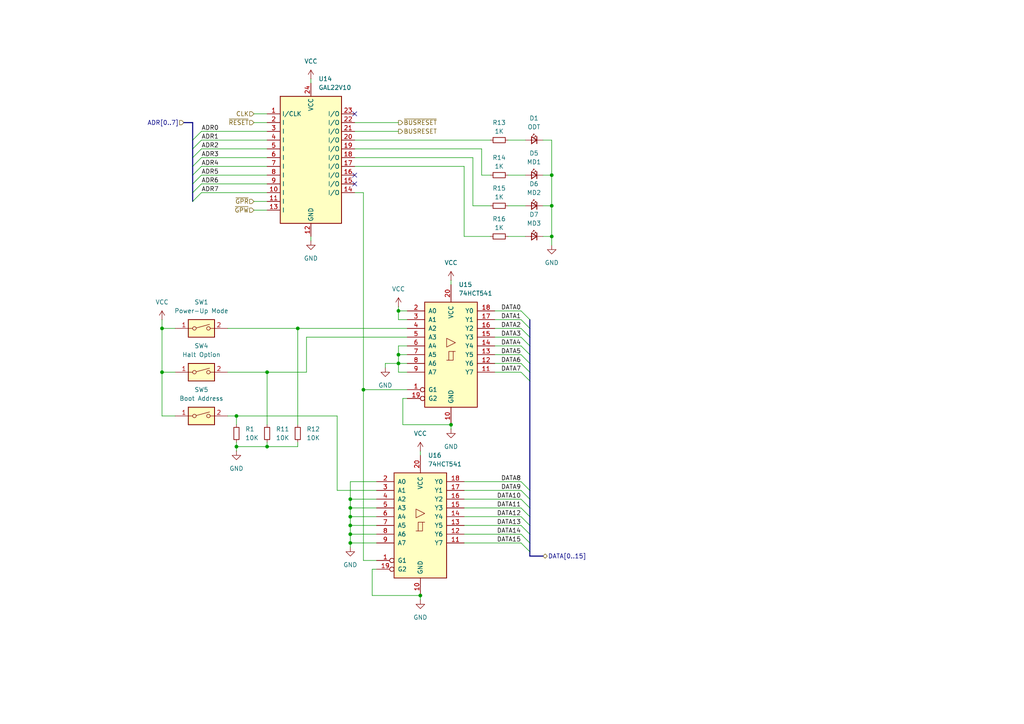
<source format=kicad_sch>
(kicad_sch (version 20231120) (generator "eeschema") (generator_version "8.0")
  (paper "A4")
  (title_block (title "J11 Homebrew Phase 1: ODT Console") (date "2025-08-28") (rev "2") (company "Jirne Van Rillaer"))
  (lib_symbols
    (symbol "74xx:74HCT541" (pin_names (offset 1.016))
      (property "Reference" "U" (at -7.62 16.51 0))
      (property "Value" "74HCT541" (at -7.62 -16.51 0))
      (symbol "74HCT541_1_0"
        (polyline (pts (xy -0.635 -1.6002) (xy -0.635 0.9398) (xy 0.635 0.9398)))
        (polyline (pts (xy -1.27 -1.6002) (xy 0.635 -1.6002) (xy 0.635 0.9398) (xy 1.27 0.9398)))
        (polyline (pts (xy 1.27 3.4798) (xy -1.27 4.7498) (xy -1.27 2.2098) (xy 1.27 3.4798)) (stroke (width 0.1524)))
        (pin input inverted (at -12.7 -10.16 0) (length 5.08) (name "G1") (number "1"))
        (pin power_in line (at 0 -20.32 90) (length 5.08) (name "GND") (number "10"))
        (pin tri_state line (at 12.7 -5.08 180) (length 5.08) (name "Y7") (number "11"))
        (pin tri_state line (at 12.7 -2.54 180) (length 5.08) (name "Y6") (number "12"))
        (pin tri_state line (at 12.7 0 180) (length 5.08) (name "Y5") (number "13"))
        (pin tri_state line (at 12.7 2.54 180) (length 5.08) (name "Y4") (number "14"))
        (pin tri_state line (at 12.7 5.08 180) (length 5.08) (name "Y3") (number "15"))
        (pin tri_state line (at 12.7 7.62 180) (length 5.08) (name "Y2") (number "16"))
        (pin tri_state line (at 12.7 10.16 180) (length 5.08) (name "Y1") (number "17"))
        (pin tri_state line (at 12.7 12.7 180) (length 5.08) (name "Y0") (number "18"))
        (pin input inverted (at -12.7 -12.7 0) (length 5.08) (name "G2") (number "19"))
        (pin input line (at -12.7 12.7 0) (length 5.08) (name "A0") (number "2"))
        (pin power_in line (at 0 20.32 270) (length 5.08) (name "VCC") (number "20"))
        (pin input line (at -12.7 10.16 0) (length 5.08) (name "A1") (number "3"))
        (pin input line (at -12.7 7.62 0) (length 5.08) (name "A2") (number "4"))
        (pin input line (at -12.7 5.08 0) (length 5.08) (name "A3") (number "5"))
        (pin input line (at -12.7 2.54 0) (length 5.08) (name "A4") (number "6"))
        (pin input line (at -12.7 0 0) (length 5.08) (name "A5") (number "7"))
        (pin input line (at -12.7 -2.54 0) (length 5.08) (name "A6") (number "8"))
        (pin input line (at -12.7 -5.08 0) (length 5.08) (name "A7") (number "9"))
      )
      (symbol "74HCT541_1_1"
        (rectangle (start -7.62 15.24) (end 7.62 -15.24) (stroke (width 0.254)) (fill (type background)))
      )
    )
    (symbol "Device:LED_Small" (pin_numbers hide) (pin_names (offset 0.254) hide)
      (property "Reference" "D" (at -1.27 3.175 0))
      (property "Value" "LED_Small" (at -4.445 -2.54 0))
      (symbol "LED_Small_0_1"
        (polyline (pts (xy -0.762 -1.016) (xy -0.762 1.016)) (stroke (width 0.254)))
        (polyline (pts (xy 1.016 0) (xy -0.762 0)))
        (polyline (pts (xy 0.762 -1.016) (xy -0.762 0) (xy 0.762 1.016) (xy 0.762 -1.016)) (stroke (width 0.254)))
        (polyline (pts (xy 0 0.762) (xy -0.508 1.27) (xy -0.254 1.27) (xy -0.508 1.27) (xy -0.508 1.016)))
        (polyline (pts (xy 0.508 1.27) (xy 0 1.778) (xy 0.254 1.778) (xy 0 1.778) (xy 0 1.524)))
      )
      (symbol "LED_Small_1_1"
        (pin passive line (at -2.54 0 0) (length 1.778) (name "K") (number "1"))
        (pin passive line (at 2.54 0 180) (length 1.778) (name "A") (number "2"))
      )
    )
    (symbol "Device:R_Small" (pin_numbers hide) (pin_names (offset 0.254) hide)
      (property "Reference" "R" (at 0.762 0.508 0))
      (property "Value" "R_Small" (at 0.762 -1.016 0))
      (symbol "R_Small_0_1"
        (rectangle (start -0.762 1.778) (end 0.762 -1.778) (stroke (width 0.2032)))
      )
      (symbol "R_Small_1_1"
        (pin passive line (at 0 2.54 270) (length 0.762) (name "~") (number "1"))
        (pin passive line (at 0 -2.54 90) (length 0.762) (name "~") (number "2"))
      )
    )
    (symbol "SPLD:GAL22V10"
      (property "Reference" "U" (at 6.35 22.352 0))
      (property "Value" "GAL22V10" (at 6.35 20.32 0))
      (symbol "GAL22V10_1_1"
        (rectangle (start -8.89 17.78) (end 8.89 -19.05) (stroke (width 0.254)) (fill (type background)))
        (pin input line (at -12.7 12.7 0) (length 3.81) (name "I/CLK") (number "1"))
        (pin input line (at -12.7 -10.16 0) (length 3.81) (name "I") (number "10"))
        (pin input line (at -12.7 -12.7 0) (length 3.81) (name "I") (number "11"))
        (pin power_in line (at 0 -22.86 90) (length 3.81) (name "GND") (number "12"))
        (pin input line (at -12.7 -15.24 0) (length 3.81) (name "I") (number "13"))
        (pin bidirectional line (at 12.7 -10.16 180) (length 3.81) (name "I/O") (number "14"))
        (pin bidirectional line (at 12.7 -7.62 180) (length 3.81) (name "I/O") (number "15"))
        (pin bidirectional line (at 12.7 -5.08 180) (length 3.81) (name "I/O") (number "16"))
        (pin bidirectional line (at 12.7 -2.54 180) (length 3.81) (name "I/O") (number "17"))
        (pin bidirectional line (at 12.7 0 180) (length 3.81) (name "I/O") (number "18"))
        (pin bidirectional line (at 12.7 2.54 180) (length 3.81) (name "I/O") (number "19"))
        (pin input line (at -12.7 10.16 0) (length 3.81) (name "I") (number "2"))
        (pin bidirectional line (at 12.7 5.08 180) (length 3.81) (name "I/O") (number "20"))
        (pin bidirectional line (at 12.7 7.62 180) (length 3.81) (name "I/O") (number "21"))
        (pin bidirectional line (at 12.7 10.16 180) (length 3.81) (name "I/O") (number "22"))
        (pin bidirectional line (at 12.7 12.7 180) (length 3.81) (name "I/O") (number "23"))
        (pin power_in line (at 0 21.59 270) (length 3.81) (name "VCC") (number "24"))
        (pin input line (at -12.7 7.62 0) (length 3.81) (name "I") (number "3"))
        (pin input line (at -12.7 5.08 0) (length 3.81) (name "I") (number "4"))
        (pin input line (at -12.7 2.54 0) (length 3.81) (name "I") (number "5"))
        (pin input line (at -12.7 0 0) (length 3.81) (name "I") (number "6"))
        (pin input line (at -12.7 -2.54 0) (length 3.81) (name "I") (number "7"))
        (pin input line (at -12.7 -5.08 0) (length 3.81) (name "I") (number "8"))
        (pin input line (at -12.7 -7.62 0) (length 3.81) (name "I") (number "9"))
      )
    )
    (symbol "Switch:SW_DIP_x01" (pin_names (offset 0) hide)
      (property "Reference" "SW" (at 0 3.81 0))
      (property "Value" "SW_DIP_x01" (at 0 -3.81 0))
      (symbol "SW_DIP_x01_0_0"
        (circle (center -2.032 0) (radius 0.508))
        (polyline (pts (xy -1.524 0.127) (xy 2.3622 1.1684)))
        (circle (center 2.032 0) (radius 0.508))
      )
      (symbol "SW_DIP_x01_0_1"
        (rectangle (start -3.81 2.54) (end 3.81 -2.54) (stroke (width 0.254)) (fill (type background)))
      )
      (symbol "SW_DIP_x01_1_1"
        (pin passive line (at -7.62 0 0) (length 5.08) (name "~") (number "1"))
        (pin passive line (at 7.62 0 180) (length 5.08) (name "~") (number "2"))
      )
    )
    (symbol "power:GND" (power) (pin_numbers hide) (pin_names (offset 0) hide)
      (property "Value" "GND" (at 0 -3.81 0))
      (symbol "GND_0_1"
        (polyline (pts (xy 0 0) (xy 0 -1.27) (xy 1.27 -1.27) (xy 0 -2.54) (xy -1.27 -1.27) (xy 0 -1.27)))
      )
      (symbol "GND_1_1"
        (pin power_in line (at 0 0 270) (length 0) (name "~") (number "1"))
      )
    )
    (symbol "power:VCC" (power) (pin_numbers hide) (pin_names (offset 0) hide)
      (property "Value" "VCC" (at 0 3.556 0))
      (symbol "VCC_0_1"
        (polyline (pts (xy -0.762 1.27) (xy 0 2.54)))
        (polyline (pts (xy 0 0) (xy 0 2.54)))
        (polyline (pts (xy 0 2.54) (xy 0.762 1.27)))
      )
      (symbol "VCC_1_1"
        (pin power_in line (at 0 0 90) (length 0) (name "~") (number "1"))
      )
    )
  )
  (junction (at 101.6 157.48))
  (junction (at 101.6 144.78))
  (junction (at 101.6 154.94))
  (junction (at 46.99 107.95))
  (junction (at 46.99 95.25))
  (junction (at 101.6 149.86))
  (junction (at 115.57 105.41))
  (junction (at 105.41 113.03))
  (junction (at 115.57 90.17))
  (junction (at 115.57 102.87))
  (junction (at 68.58 120.65))
  (junction (at 160.02 68.58))
  (junction (at 101.6 147.32))
  (junction (at 101.6 152.4))
  (junction (at 130.81 123.19))
  (junction (at 68.58 129.54))
  (junction (at 86.36 95.25))
  (junction (at 77.47 129.54))
  (junction (at 77.47 107.95))
  (junction (at 160.02 59.69))
  (junction (at 121.92 172.72))
  (junction (at 160.02 50.8))
  (no_connect (at 102.87 50.8))
  (no_connect (at 102.87 33.02))
  (no_connect (at 102.87 53.34))
  (bus_entry (at 151.13 157.48) (size 2.54 2.54))
  (bus_entry (at 151.13 102.87) (size 2.54 2.54))
  (bus_entry (at 151.13 95.25) (size 2.54 2.54))
  (bus_entry (at 151.13 139.7) (size 2.54 2.54))
  (bus_entry (at 151.13 154.94) (size 2.54 2.54))
  (bus_entry (at 151.13 147.32) (size 2.54 2.54))
  (bus_entry (at 151.13 142.24) (size 2.54 2.54))
  (bus_entry (at 151.13 107.95) (size 2.54 2.54))
  (bus_entry (at 151.13 97.79) (size 2.54 2.54))
  (bus_entry (at 58.42 38.1) (size -2.54 2.54))
  (bus_entry (at 151.13 90.17) (size 2.54 2.54))
  (bus_entry (at 58.42 40.64) (size -2.54 2.54))
  (bus_entry (at 151.13 100.33) (size 2.54 2.54))
  (bus_entry (at 58.42 53.34) (size -2.54 2.54))
  (bus_entry (at 58.42 48.26) (size -2.54 2.54))
  (bus_entry (at 151.13 92.71) (size 2.54 2.54))
  (bus_entry (at 58.42 43.18) (size -2.54 2.54))
  (bus_entry (at 151.13 149.86) (size 2.54 2.54))
  (bus_entry (at 151.13 152.4) (size 2.54 2.54))
  (bus_entry (at 58.42 55.88) (size -2.54 2.54))
  (bus_entry (at 58.42 45.72) (size -2.54 2.54))
  (bus_entry (at 151.13 105.41) (size 2.54 2.54))
  (bus_entry (at 151.13 144.78) (size 2.54 2.54))
  (bus_entry (at 58.42 50.8) (size -2.54 2.54))
  (wire (pts (xy 101.6 144.78) (xy 101.6 147.32)))
  (wire (pts (xy 157.48 40.64) (xy 160.02 40.64)))
  (bus (pts (xy 153.67 161.29) (xy 157.48 161.29)))
  (wire (pts (xy 58.42 53.34) (xy 77.47 53.34)))
  (wire (pts (xy 115.57 102.87) (xy 115.57 105.41)))
  (wire (pts (xy 115.57 102.87) (xy 118.11 102.87)))
  (wire (pts (xy 86.36 128.27) (xy 86.36 129.54)))
  (wire (pts (xy 143.51 92.71) (xy 151.13 92.71)))
  (wire (pts (xy 46.99 107.95) (xy 50.8 107.95)))
  (wire (pts (xy 105.41 113.03) (xy 105.41 162.56)))
  (wire (pts (xy 107.95 165.1) (xy 109.22 165.1)))
  (bus (pts (xy 153.67 142.24) (xy 153.67 144.78)))
  (wire (pts (xy 137.16 59.69) (xy 142.24 59.69)))
  (wire (pts (xy 101.6 157.48) (xy 101.6 158.75)))
  (wire (pts (xy 66.04 120.65) (xy 68.58 120.65)))
  (wire (pts (xy 101.6 139.7) (xy 109.22 139.7)))
  (wire (pts (xy 134.62 157.48) (xy 151.13 157.48)))
  (wire (pts (xy 115.57 105.41) (xy 118.11 105.41)))
  (bus (pts (xy 153.67 100.33) (xy 153.67 102.87)))
  (bus (pts (xy 153.67 152.4) (xy 153.67 154.94)))
  (wire (pts (xy 115.57 90.17) (xy 118.11 90.17)))
  (wire (pts (xy 68.58 129.54) (xy 68.58 130.81)))
  (bus (pts (xy 55.88 43.18) (xy 55.88 45.72)))
  (wire (pts (xy 143.51 97.79) (xy 151.13 97.79)))
  (wire (pts (xy 73.66 33.02) (xy 77.47 33.02)))
  (wire (pts (xy 77.47 128.27) (xy 77.47 129.54)))
  (bus (pts (xy 153.67 160.02) (xy 153.67 161.29)))
  (bus (pts (xy 55.88 53.34) (xy 55.88 55.88)))
  (wire (pts (xy 68.58 129.54) (xy 77.47 129.54)))
  (wire (pts (xy 77.47 107.95) (xy 77.47 123.19)))
  (wire (pts (xy 115.57 100.33) (xy 115.57 102.87)))
  (wire (pts (xy 102.87 35.56) (xy 115.57 35.56)))
  (wire (pts (xy 160.02 50.8) (xy 160.02 59.69)))
  (wire (pts (xy 101.6 154.94) (xy 101.6 157.48)))
  (wire (pts (xy 101.6 152.4) (xy 109.22 152.4)))
  (wire (pts (xy 147.32 59.69) (xy 152.4 59.69)))
  (wire (pts (xy 160.02 68.58) (xy 160.02 71.12)))
  (wire (pts (xy 130.81 81.28) (xy 130.81 82.55)))
  (wire (pts (xy 88.9 97.79) (xy 88.9 107.95)))
  (wire (pts (xy 160.02 40.64) (xy 160.02 50.8)))
  (wire (pts (xy 88.9 97.79) (xy 118.11 97.79)))
  (bus (pts (xy 153.67 157.48) (xy 153.67 160.02)))
  (bus (pts (xy 55.88 48.26) (xy 55.88 50.8)))
  (wire (pts (xy 116.84 123.19) (xy 130.81 123.19)))
  (wire (pts (xy 101.6 154.94) (xy 109.22 154.94)))
  (bus (pts (xy 153.67 149.86) (xy 153.67 152.4)))
  (wire (pts (xy 157.48 68.58) (xy 160.02 68.58)))
  (wire (pts (xy 101.6 144.78) (xy 109.22 144.78)))
  (wire (pts (xy 97.79 120.65) (xy 97.79 142.24)))
  (wire (pts (xy 46.99 120.65) (xy 50.8 120.65)))
  (wire (pts (xy 115.57 105.41) (xy 115.57 107.95)))
  (wire (pts (xy 97.79 142.24) (xy 109.22 142.24)))
  (wire (pts (xy 102.87 45.72) (xy 137.16 45.72)))
  (bus (pts (xy 153.67 105.41) (xy 153.67 107.95)))
  (bus (pts (xy 153.67 92.71) (xy 153.67 95.25)))
  (bus (pts (xy 153.67 154.94) (xy 153.67 157.48)))
  (wire (pts (xy 130.81 124.46) (xy 130.81 123.19)))
  (wire (pts (xy 58.42 45.72) (xy 77.47 45.72)))
  (wire (pts (xy 115.57 90.17) (xy 115.57 92.71)))
  (wire (pts (xy 115.57 92.71) (xy 118.11 92.71)))
  (wire (pts (xy 137.16 45.72) (xy 137.16 59.69)))
  (wire (pts (xy 105.41 55.88) (xy 105.41 113.03)))
  (bus (pts (xy 153.67 97.79) (xy 153.67 100.33)))
  (wire (pts (xy 101.6 157.48) (xy 109.22 157.48)))
  (wire (pts (xy 46.99 92.71) (xy 46.99 95.25)))
  (wire (pts (xy 115.57 88.9) (xy 115.57 90.17)))
  (bus (pts (xy 55.88 40.64) (xy 55.88 43.18)))
  (bus (pts (xy 153.67 147.32) (xy 153.67 149.86)))
  (wire (pts (xy 121.92 130.81) (xy 121.92 132.08)))
  (wire (pts (xy 143.51 95.25) (xy 151.13 95.25)))
  (bus (pts (xy 53.34 35.56) (xy 55.88 35.56)))
  (wire (pts (xy 102.87 38.1) (xy 115.57 38.1)))
  (wire (pts (xy 58.42 55.88) (xy 77.47 55.88)))
  (wire (pts (xy 134.62 48.26) (xy 134.62 68.58)))
  (wire (pts (xy 139.7 43.18) (xy 139.7 50.8)))
  (wire (pts (xy 86.36 95.25) (xy 118.11 95.25)))
  (wire (pts (xy 111.76 105.41) (xy 115.57 105.41)))
  (bus (pts (xy 153.67 110.49) (xy 153.67 142.24)))
  (bus (pts (xy 55.88 55.88) (xy 55.88 58.42)))
  (wire (pts (xy 134.62 154.94) (xy 151.13 154.94)))
  (wire (pts (xy 134.62 142.24) (xy 151.13 142.24)))
  (wire (pts (xy 134.62 68.58) (xy 142.24 68.58)))
  (wire (pts (xy 46.99 107.95) (xy 46.99 120.65)))
  (wire (pts (xy 73.66 35.56) (xy 77.47 35.56)))
  (wire (pts (xy 134.62 149.86) (xy 151.13 149.86)))
  (wire (pts (xy 58.42 50.8) (xy 77.47 50.8)))
  (wire (pts (xy 139.7 50.8) (xy 142.24 50.8)))
  (bus (pts (xy 153.67 107.95) (xy 153.67 110.49)))
  (wire (pts (xy 143.51 90.17) (xy 151.13 90.17)))
  (wire (pts (xy 68.58 120.65) (xy 97.79 120.65)))
  (wire (pts (xy 105.41 162.56) (xy 109.22 162.56)))
  (wire (pts (xy 77.47 129.54) (xy 86.36 129.54)))
  (wire (pts (xy 115.57 107.95) (xy 118.11 107.95)))
  (wire (pts (xy 101.6 149.86) (xy 101.6 152.4)))
  (wire (pts (xy 107.95 165.1) (xy 107.95 172.72)))
  (wire (pts (xy 101.6 139.7) (xy 101.6 144.78)))
  (wire (pts (xy 102.87 48.26) (xy 134.62 48.26)))
  (wire (pts (xy 134.62 152.4) (xy 151.13 152.4)))
  (wire (pts (xy 58.42 38.1) (xy 77.47 38.1)))
  (wire (pts (xy 58.42 43.18) (xy 77.47 43.18)))
  (wire (pts (xy 157.48 50.8) (xy 160.02 50.8)))
  (wire (pts (xy 46.99 95.25) (xy 46.99 107.95)))
  (bus (pts (xy 55.88 35.56) (xy 55.88 40.64)))
  (bus (pts (xy 153.67 95.25) (xy 153.67 97.79)))
  (wire (pts (xy 147.32 40.64) (xy 152.4 40.64)))
  (bus (pts (xy 55.88 50.8) (xy 55.88 53.34)))
  (wire (pts (xy 66.04 107.95) (xy 77.47 107.95)))
  (wire (pts (xy 46.99 95.25) (xy 50.8 95.25)))
  (wire (pts (xy 102.87 43.18) (xy 139.7 43.18)))
  (wire (pts (xy 102.87 40.64) (xy 142.24 40.64)))
  (wire (pts (xy 121.92 173.99) (xy 121.92 172.72)))
  (wire (pts (xy 143.51 107.95) (xy 151.13 107.95)))
  (wire (pts (xy 147.32 50.8) (xy 152.4 50.8)))
  (wire (pts (xy 101.6 147.32) (xy 101.6 149.86)))
  (wire (pts (xy 73.66 58.42) (xy 77.47 58.42)))
  (wire (pts (xy 147.32 68.58) (xy 152.4 68.58)))
  (wire (pts (xy 143.51 102.87) (xy 151.13 102.87)))
  (wire (pts (xy 68.58 128.27) (xy 68.58 129.54)))
  (wire (pts (xy 101.6 147.32) (xy 109.22 147.32)))
  (wire (pts (xy 105.41 113.03) (xy 118.11 113.03)))
  (wire (pts (xy 101.6 152.4) (xy 101.6 154.94)))
  (wire (pts (xy 116.84 115.57) (xy 116.84 123.19)))
  (bus (pts (xy 153.67 144.78) (xy 153.67 147.32)))
  (wire (pts (xy 102.87 55.88) (xy 105.41 55.88)))
  (wire (pts (xy 101.6 149.86) (xy 109.22 149.86)))
  (wire (pts (xy 115.57 100.33) (xy 118.11 100.33)))
  (wire (pts (xy 160.02 59.69) (xy 160.02 68.58)))
  (wire (pts (xy 66.04 95.25) (xy 86.36 95.25)))
  (wire (pts (xy 134.62 144.78) (xy 151.13 144.78)))
  (wire (pts (xy 107.95 172.72) (xy 121.92 172.72)))
  (wire (pts (xy 157.48 59.69) (xy 160.02 59.69)))
  (wire (pts (xy 143.51 100.33) (xy 151.13 100.33)))
  (bus (pts (xy 153.67 102.87) (xy 153.67 105.41)))
  (wire (pts (xy 86.36 95.25) (xy 86.36 123.19)))
  (wire (pts (xy 143.51 105.41) (xy 151.13 105.41)))
  (wire (pts (xy 58.42 48.26) (xy 77.47 48.26)))
  (wire (pts (xy 77.47 107.95) (xy 88.9 107.95)))
  (wire (pts (xy 111.76 105.41) (xy 111.76 106.68)))
  (wire (pts (xy 134.62 147.32) (xy 151.13 147.32)))
  (wire (pts (xy 58.42 40.64) (xy 77.47 40.64)))
  (wire (pts (xy 134.62 139.7) (xy 151.13 139.7)))
  (wire (pts (xy 90.17 69.85) (xy 90.17 68.58)))
  (wire (pts (xy 90.17 22.86) (xy 90.17 24.13)))
  (wire (pts (xy 73.66 60.96) (xy 77.47 60.96)))
  (wire (pts (xy 116.84 115.57) (xy 118.11 115.57)))
  (wire (pts (xy 68.58 120.65) (xy 68.58 123.19)))
  (bus (pts (xy 55.88 45.72) (xy 55.88 48.26)))
  (label "DATA6" (at 151.13 105.41 180))
  (label "ADR5" (at 58.42 50.8 0))
  (label "ADR7" (at 58.42 55.88 0))
  (label "ADR1" (at 58.42 40.64 0))
  (label "DATA7" (at 151.13 107.95 180))
  (label "DATA3" (at 151.13 97.79 180))
  (label "DATA1" (at 151.13 92.71 180))
  (label "ADR2" (at 58.42 43.18 0))
  (label "DATA5" (at 151.13 102.87 180))
  (label "DATA11" (at 151.13 147.32 180))
  (label "DATA12" (at 151.13 149.86 180))
  (label "DATA2" (at 151.13 95.25 180))
  (label "ADR3" (at 58.42 45.72 0))
  (label "DATA15" (at 151.13 157.48 180))
  (label "DATA10" (at 151.13 144.78 180))
  (label "ADR6" (at 58.42 53.34 0))
  (label "DATA4" (at 151.13 100.33 180))
  (label "DATA9" (at 151.13 142.24 180))
  (label "ADR4" (at 58.42 48.26 0))
  (label "DATA8" (at 151.13 139.7 180))
  (label "DATA0" (at 151.13 90.17 180))
  (label "DATA14" (at 151.13 154.94 180))
  (label "ADR0" (at 58.42 38.1 0))
  (label "DATA13" (at 151.13 152.4 180))
  (hierarchical_label "~{GPR}" (shape input) (at 73.66 58.42 180))
  (hierarchical_label "ADR[0..7]" (shape input) (at 53.34 35.56 180))
  (hierarchical_label "CLK" (shape input) (at 73.66 33.02 180))
  (hierarchical_label "DATA[0..15]" (shape tri_state) (at 157.48 161.29 0))
  (hierarchical_label "~{RESET}" (shape input) (at 73.66 35.56 180))
  (hierarchical_label "~{BUSRESET}" (shape output) (at 115.57 35.56 0))
  (hierarchical_label "BUSRESET" (shape output) (at 115.57 38.1 0))
  (hierarchical_label "~{GPW}" (shape input) (at 73.66 60.96 180))
  (symbol (lib_id "power:VCC") (at 90.17 22.86 0) (unit 1)
    (property "Reference" "#PWR042" (effects (hide yes)))
    (property "Value" "VCC" (at 90.17 17.78 0))
    (property "Description" "Power symbol creates a global label with name \"VCC\"" (effects (hide yes)))
  )
  (symbol (lib_id "power:GND") (at 130.81 124.46 0) (unit 1)
    (property "Reference" "#PWR045" (effects (hide yes)))
    (property "Value" "GND" (at 130.81 129.54 0))
    (property "Description" "Power symbol creates a global label with name \"GND\" , ground" (effects (hide yes)))
  )
  (symbol (lib_id "power:GND") (at 160.02 71.12 0) (unit 1)
    (property "Reference" "#PWR053" (effects (hide yes)))
    (property "Value" "GND" (at 160.02 76.2 0))
    (property "Description" "Power symbol creates a global label with name \"GND\" , ground" (effects (hide yes)))
  )
  (symbol (lib_id "74xx:74HCT541") (at 130.81 102.87 0) (unit 1)
    (property "Reference" "U15" (at 133.0041 82.55 0) (effects (justify left)))
    (property "Value" "74HCT541" (at 133.0041 85.09 0) (effects (justify left)))
    (property "Datasheet" "http://www.ti.com/lit/gpn/sn74HCT541" (effects (hide yes)))
    (property "Description" "8-bit Buffer/Line Driver 3-state outputs" (effects (hide yes)))
  )
  (symbol (lib_id "Device:R_Small") (at 86.36 125.73 0) (unit 1)
    (property "Reference" "R12" (at 88.9 124.4599 0) (effects (justify left)))
    (property "Value" "10K" (at 88.9 126.9999 0) (effects (justify left)))
    (property "Description" "Resistor, small symbol" (effects (hide yes)))
  )
  (symbol (lib_id "Device:LED_Small") (at 154.94 50.8 0) (mirror y) (unit 1)
    (property "Reference" "D5" (at 154.8765 44.45 0))
    (property "Value" "MD1" (at 154.8765 46.99 0))
    (property "Description" "Light emitting diode, small symbol" (effects (hide yes)))
  )
  (symbol (lib_id "power:VCC") (at 46.99 92.71 0) (unit 1)
    (property "Reference" "#PWR049" (effects (hide yes)))
    (property "Value" "VCC" (at 46.99 87.63 0))
    (property "Description" "Power symbol creates a global label with name \"VCC\"" (effects (hide yes)))
  )
  (symbol (lib_id "74xx:74HCT541") (at 121.92 152.4 0) (unit 1)
    (property "Reference" "U16" (at 124.1141 132.08 0) (effects (justify left)))
    (property "Value" "74HCT541" (at 124.1141 134.62 0) (effects (justify left)))
    (property "Datasheet" "http://www.ti.com/lit/gpn/sn74HCT541" (effects (hide yes)))
    (property "Description" "8-bit Buffer/Line Driver 3-state outputs" (effects (hide yes)))
  )
  (symbol (lib_id "power:VCC") (at 121.92 130.81 0) (unit 1)
    (property "Reference" "#PWR047" (effects (hide yes)))
    (property "Value" "VCC" (at 121.92 125.73 0))
    (property "Description" "Power symbol creates a global label with name \"VCC\"" (effects (hide yes)))
  )
  (symbol (lib_id "power:GND") (at 101.6 158.75 0) (unit 1)
    (property "Reference" "#PWR051" (effects (hide yes)))
    (property "Value" "GND" (at 101.6 163.83 0))
    (property "Description" "Power symbol creates a global label with name \"GND\" , ground" (effects (hide yes)))
  )
  (symbol (lib_id "SPLD:GAL22V10") (at 90.17 45.72 0) (unit 1)
    (property "Reference" "U14" (at 92.3641 22.86 0) (effects (justify left)))
    (property "Value" "GAL22V10" (at 92.3641 25.4 0) (effects (justify left)))
  )
  (symbol (lib_id "power:GND") (at 68.58 130.81 0) (unit 1)
    (property "Reference" "#PWR050" (effects (hide yes)))
    (property "Value" "GND" (at 68.58 135.89 0))
    (property "Description" "Power symbol creates a global label with name \"GND\" , ground" (effects (hide yes)))
  )
  (symbol (lib_id "Device:R_Small") (at 144.78 40.64 90) (unit 1)
    (property "Reference" "R13" (at 144.78 35.56 90))
    (property "Value" "1K" (at 144.78 38.1 90))
    (property "Description" "Resistor, small symbol" (effects (hide yes)))
  )
  (symbol (lib_id "Device:R_Small") (at 144.78 59.69 90) (unit 1)
    (property "Reference" "R15" (at 144.78 54.61 90))
    (property "Value" "1K" (at 144.78 57.15 90))
    (property "Description" "Resistor, small symbol" (effects (hide yes)))
  )
  (symbol (lib_id "Device:LED_Small") (at 154.94 59.69 0) (mirror y) (unit 1)
    (property "Reference" "D6" (at 154.8765 53.34 0))
    (property "Value" "MD2" (at 154.8765 55.88 0))
    (property "Description" "Light emitting diode, small symbol" (effects (hide yes)))
  )
  (symbol (lib_id "Switch:SW_DIP_x01") (at 58.42 120.65 0) (unit 1)
    (property "Reference" "SW5" (at 58.42 113.03 0))
    (property "Value" "Boot Address" (at 58.42 115.57 0))
    (property "Description" "1x DIP Switch, Single Pole Single Throw (SPST) switch, small symbol" (effects (hide yes)))
  )
  (symbol (lib_id "power:VCC") (at 115.57 88.9 0) (unit 1)
    (property "Reference" "#PWR048" (effects (hide yes)))
    (property "Value" "VCC" (at 115.57 83.82 0))
    (property "Description" "Power symbol creates a global label with name \"VCC\"" (effects (hide yes)))
  )
  (symbol (lib_id "Device:R_Small") (at 77.47 125.73 0) (unit 1)
    (property "Reference" "R11" (at 80.01 124.4599 0) (effects (justify left)))
    (property "Value" "10K" (at 80.01 126.9999 0) (effects (justify left)))
    (property "Description" "Resistor, small symbol" (effects (hide yes)))
  )
  (symbol (lib_id "Device:R_Small") (at 144.78 50.8 90) (unit 1)
    (property "Reference" "R14" (at 144.78 45.72 90))
    (property "Value" "1K" (at 144.78 48.26 90))
    (property "Description" "Resistor, small symbol" (effects (hide yes)))
  )
  (symbol (lib_id "Device:R_Small") (at 68.58 125.73 0) (unit 1)
    (property "Reference" "R1" (at 71.12 124.4599 0) (effects (justify left)))
    (property "Value" "10K" (at 71.12 126.9999 0) (effects (justify left)))
    (property "Description" "Resistor, small symbol" (effects (hide yes)))
  )
  (symbol (lib_id "Device:LED_Small") (at 154.94 40.64 0) (mirror y) (unit 1)
    (property "Reference" "D1" (at 154.8765 34.29 0))
    (property "Value" "ODT" (at 154.8765 36.83 0))
    (property "Description" "Light emitting diode, small symbol" (effects (hide yes)))
  )
  (symbol (lib_id "Device:R_Small") (at 144.78 68.58 90) (unit 1)
    (property "Reference" "R16" (at 144.78 63.5 90))
    (property "Value" "1K" (at 144.78 66.04 90))
    (property "Description" "Resistor, small symbol" (effects (hide yes)))
  )
  (symbol (lib_id "power:GND") (at 111.76 106.68 0) (unit 1)
    (property "Reference" "#PWR052" (effects (hide yes)))
    (property "Value" "GND" (at 111.76 111.76 0))
    (property "Description" "Power symbol creates a global label with name \"GND\" , ground" (effects (hide yes)))
  )
  (symbol (lib_id "Switch:SW_DIP_x01") (at 58.42 95.25 0) (unit 1)
    (property "Reference" "SW1" (at 58.42 87.63 0))
    (property "Value" "Power-Up Mode" (at 58.42 90.17 0))
    (property "Description" "1x DIP Switch, Single Pole Single Throw (SPST) switch, small symbol" (effects (hide yes)))
  )
  (symbol (lib_id "power:GND") (at 90.17 69.85 0) (unit 1)
    (property "Reference" "#PWR043" (effects (hide yes)))
    (property "Value" "GND" (at 90.17 74.93 0))
    (property "Description" "Power symbol creates a global label with name \"GND\" , ground" (effects (hide yes)))
  )
  (symbol (lib_id "power:GND") (at 121.92 173.99 0) (unit 1)
    (property "Reference" "#PWR046" (effects (hide yes)))
    (property "Value" "GND" (at 121.92 179.07 0))
    (property "Description" "Power symbol creates a global label with name \"GND\" , ground" (effects (hide yes)))
  )
  (symbol (lib_id "Device:LED_Small") (at 154.94 68.58 0) (mirror y) (unit 1)
    (property "Reference" "D7" (at 154.8765 62.23 0))
    (property "Value" "MD3" (at 154.8765 64.77 0))
    (property "Description" "Light emitting diode, small symbol" (effects (hide yes)))
  )
  (symbol (lib_id "power:VCC") (at 130.81 81.28 0) (unit 1)
    (property "Reference" "#PWR044" (effects (hide yes)))
    (property "Value" "VCC" (at 130.81 76.2 0))
    (property "Description" "Power symbol creates a global label with name \"VCC\"" (effects (hide yes)))
  )
  (symbol (lib_id "Switch:SW_DIP_x01") (at 58.42 107.95 0) (unit 1)
    (property "Reference" "SW4" (at 58.42 100.33 0))
    (property "Value" "Halt Option" (at 58.42 102.87 0))
    (property "Description" "1x DIP Switch, Single Pole Single Throw (SPST) switch, small symbol" (effects (hide yes)))
  )
)
</source>
